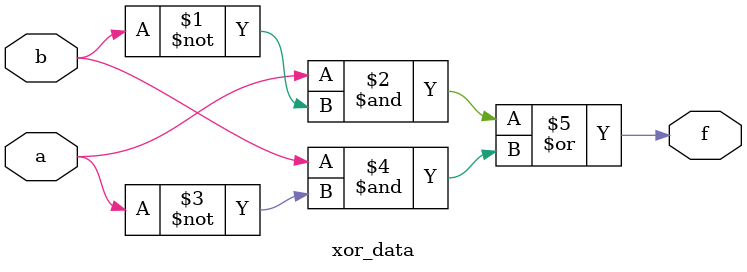
<source format=v>
`timescale 1ns / 1ps


module xor_data(
    input a,
    input b,
    output f
    );
    
    assign f = (a & ~b) | (b & ~a);
    
endmodule

</source>
